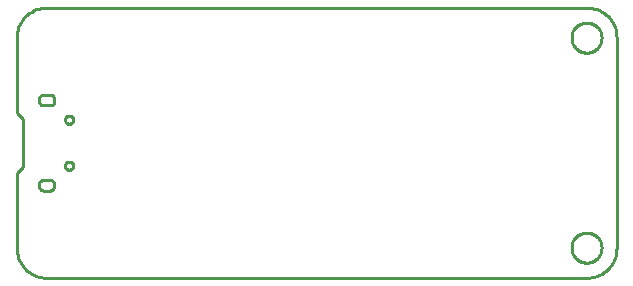
<source format=gbr>
G04 EAGLE Gerber RS-274X export*
G75*
%MOMM*%
%FSLAX34Y34*%
%LPD*%
%IN*%
%IPPOS*%
%AMOC8*
5,1,8,0,0,1.08239X$1,22.5*%
G01*
%ADD10C,0.254000*%


D10*
X0Y25400D02*
X97Y23186D01*
X386Y20989D01*
X865Y18826D01*
X1532Y16713D01*
X2380Y14666D01*
X3403Y12700D01*
X4594Y10831D01*
X5942Y9073D01*
X7440Y7440D01*
X9073Y5942D01*
X10831Y4594D01*
X12700Y3403D01*
X14666Y2380D01*
X16713Y1532D01*
X18826Y865D01*
X20989Y386D01*
X23186Y97D01*
X25400Y0D01*
X482600Y0D01*
X484814Y97D01*
X487011Y386D01*
X489174Y865D01*
X491287Y1532D01*
X493335Y2380D01*
X495300Y3403D01*
X497169Y4594D01*
X498927Y5942D01*
X500561Y7440D01*
X502058Y9073D01*
X503406Y10831D01*
X504597Y12700D01*
X505620Y14666D01*
X506468Y16713D01*
X507135Y18826D01*
X507614Y20989D01*
X507903Y23186D01*
X508000Y25400D01*
X508000Y203200D01*
X507903Y205414D01*
X507614Y207611D01*
X507135Y209774D01*
X506468Y211887D01*
X505620Y213935D01*
X504597Y215900D01*
X503406Y217769D01*
X502058Y219527D01*
X500561Y221161D01*
X498927Y222658D01*
X497169Y224006D01*
X495300Y225197D01*
X493335Y226220D01*
X491287Y227068D01*
X489174Y227735D01*
X487011Y228214D01*
X484814Y228503D01*
X482600Y228600D01*
X25400Y228600D01*
X23186Y228503D01*
X20989Y228214D01*
X18826Y227735D01*
X16713Y227068D01*
X14666Y226220D01*
X12700Y225197D01*
X10831Y224006D01*
X9073Y222658D01*
X7440Y221161D01*
X5942Y219527D01*
X4594Y217769D01*
X3403Y215900D01*
X2380Y213935D01*
X1532Y211887D01*
X865Y209774D01*
X386Y207611D01*
X97Y205414D01*
X0Y203200D01*
X0Y139700D01*
X5080Y134620D01*
X5080Y93980D01*
X0Y88900D01*
X0Y25400D01*
X18950Y78300D02*
X18922Y77949D01*
X18924Y77598D01*
X18957Y77248D01*
X19020Y76902D01*
X19113Y76563D01*
X19236Y76233D01*
X19387Y75915D01*
X19564Y75612D01*
X19768Y75325D01*
X19996Y75057D01*
X20246Y74810D01*
X20517Y74586D01*
X20806Y74386D01*
X21112Y74212D01*
X21432Y74066D01*
X21763Y73948D01*
X22103Y73859D01*
X22450Y73800D01*
X28450Y73800D01*
X28797Y73859D01*
X29137Y73948D01*
X29468Y74066D01*
X29788Y74212D01*
X30094Y74386D01*
X30383Y74586D01*
X30654Y74810D01*
X30904Y75057D01*
X31132Y75325D01*
X31336Y75612D01*
X31513Y75915D01*
X31664Y76233D01*
X31787Y76563D01*
X31880Y76902D01*
X31943Y77248D01*
X31976Y77598D01*
X31978Y77949D01*
X31950Y78300D01*
X31978Y78651D01*
X31976Y79002D01*
X31943Y79352D01*
X31880Y79698D01*
X31787Y80037D01*
X31664Y80367D01*
X31513Y80685D01*
X31336Y80988D01*
X31132Y81275D01*
X30904Y81543D01*
X30654Y81790D01*
X30383Y82014D01*
X30094Y82214D01*
X29788Y82388D01*
X29468Y82534D01*
X29137Y82652D01*
X28797Y82741D01*
X28450Y82800D01*
X22450Y82800D01*
X22103Y82741D01*
X21763Y82652D01*
X21432Y82534D01*
X21112Y82388D01*
X20806Y82214D01*
X20517Y82014D01*
X20246Y81790D01*
X19996Y81543D01*
X19768Y81275D01*
X19564Y80988D01*
X19387Y80685D01*
X19236Y80367D01*
X19113Y80037D01*
X19020Y79698D01*
X18957Y79352D01*
X18924Y79002D01*
X18922Y78651D01*
X18950Y78300D01*
X18950Y149300D02*
X18986Y148974D01*
X19050Y148653D01*
X19142Y148338D01*
X19262Y148033D01*
X19407Y147739D01*
X19577Y147459D01*
X19772Y147194D01*
X19988Y146948D01*
X20225Y146722D01*
X20481Y146517D01*
X20754Y146335D01*
X21042Y146177D01*
X21342Y146046D01*
X21652Y145941D01*
X21971Y145863D01*
X22295Y145814D01*
X22622Y145792D01*
X22950Y145800D01*
X28450Y145800D01*
X28755Y145813D01*
X29058Y145853D01*
X29356Y145919D01*
X29647Y146011D01*
X29929Y146128D01*
X30200Y146269D01*
X30458Y146433D01*
X30700Y146619D01*
X30925Y146825D01*
X31131Y147050D01*
X31317Y147292D01*
X31481Y147550D01*
X31622Y147821D01*
X31739Y148103D01*
X31831Y148394D01*
X31897Y148692D01*
X31937Y148995D01*
X31950Y149300D01*
X31950Y151300D01*
X31937Y151605D01*
X31897Y151908D01*
X31831Y152206D01*
X31739Y152497D01*
X31622Y152779D01*
X31481Y153050D01*
X31317Y153308D01*
X31131Y153550D01*
X30925Y153775D01*
X30700Y153981D01*
X30458Y154167D01*
X30200Y154331D01*
X29929Y154472D01*
X29647Y154589D01*
X29356Y154681D01*
X29058Y154747D01*
X28755Y154787D01*
X28450Y154800D01*
X22950Y154800D01*
X22622Y154808D01*
X22295Y154786D01*
X21971Y154737D01*
X21652Y154659D01*
X21342Y154554D01*
X21042Y154423D01*
X20754Y154265D01*
X20481Y154083D01*
X20225Y153878D01*
X19988Y153652D01*
X19772Y153406D01*
X19577Y153142D01*
X19407Y152861D01*
X19262Y152568D01*
X19142Y152262D01*
X19050Y151947D01*
X18986Y151626D01*
X18950Y151300D01*
X18950Y149300D01*
X495300Y202701D02*
X495222Y201706D01*
X495066Y200720D01*
X494833Y199750D01*
X494524Y198801D01*
X494142Y197879D01*
X493689Y196990D01*
X493168Y196139D01*
X492581Y195331D01*
X491933Y194573D01*
X491227Y193867D01*
X490469Y193219D01*
X489661Y192632D01*
X488810Y192111D01*
X487921Y191658D01*
X486999Y191276D01*
X486050Y190967D01*
X485080Y190734D01*
X484094Y190578D01*
X483099Y190500D01*
X482101Y190500D01*
X481106Y190578D01*
X480120Y190734D01*
X479150Y190967D01*
X478201Y191276D01*
X477279Y191658D01*
X476390Y192111D01*
X475539Y192632D01*
X474731Y193219D01*
X473973Y193867D01*
X473267Y194573D01*
X472619Y195331D01*
X472032Y196139D01*
X471511Y196990D01*
X471058Y197879D01*
X470676Y198801D01*
X470367Y199750D01*
X470134Y200720D01*
X469978Y201706D01*
X469900Y202701D01*
X469900Y203699D01*
X469978Y204694D01*
X470134Y205680D01*
X470367Y206650D01*
X470676Y207599D01*
X471058Y208521D01*
X471511Y209410D01*
X472032Y210261D01*
X472619Y211069D01*
X473267Y211827D01*
X473973Y212533D01*
X474731Y213181D01*
X475539Y213768D01*
X476390Y214289D01*
X477279Y214742D01*
X478201Y215124D01*
X479150Y215433D01*
X480120Y215666D01*
X481106Y215822D01*
X482101Y215900D01*
X483099Y215900D01*
X484094Y215822D01*
X485080Y215666D01*
X486050Y215433D01*
X486999Y215124D01*
X487921Y214742D01*
X488810Y214289D01*
X489661Y213768D01*
X490469Y213181D01*
X491227Y212533D01*
X491933Y211827D01*
X492581Y211069D01*
X493168Y210261D01*
X493689Y209410D01*
X494142Y208521D01*
X494524Y207599D01*
X494833Y206650D01*
X495066Y205680D01*
X495222Y204694D01*
X495300Y203699D01*
X495300Y202701D01*
X495300Y24901D02*
X495222Y23906D01*
X495066Y22920D01*
X494833Y21950D01*
X494524Y21001D01*
X494142Y20079D01*
X493689Y19190D01*
X493168Y18339D01*
X492581Y17531D01*
X491933Y16773D01*
X491227Y16067D01*
X490469Y15419D01*
X489661Y14832D01*
X488810Y14311D01*
X487921Y13858D01*
X486999Y13476D01*
X486050Y13167D01*
X485080Y12934D01*
X484094Y12778D01*
X483099Y12700D01*
X482101Y12700D01*
X481106Y12778D01*
X480120Y12934D01*
X479150Y13167D01*
X478201Y13476D01*
X477279Y13858D01*
X476390Y14311D01*
X475539Y14832D01*
X474731Y15419D01*
X473973Y16067D01*
X473267Y16773D01*
X472619Y17531D01*
X472032Y18339D01*
X471511Y19190D01*
X471058Y20079D01*
X470676Y21001D01*
X470367Y21950D01*
X470134Y22920D01*
X469978Y23906D01*
X469900Y24901D01*
X469900Y25899D01*
X469978Y26894D01*
X470134Y27880D01*
X470367Y28850D01*
X470676Y29799D01*
X471058Y30721D01*
X471511Y31610D01*
X472032Y32461D01*
X472619Y33269D01*
X473267Y34027D01*
X473973Y34733D01*
X474731Y35381D01*
X475539Y35968D01*
X476390Y36489D01*
X477279Y36942D01*
X478201Y37324D01*
X479150Y37633D01*
X480120Y37866D01*
X481106Y38022D01*
X482101Y38100D01*
X483099Y38100D01*
X484094Y38022D01*
X485080Y37866D01*
X486050Y37633D01*
X486999Y37324D01*
X487921Y36942D01*
X488810Y36489D01*
X489661Y35968D01*
X490469Y35381D01*
X491227Y34733D01*
X491933Y34027D01*
X492581Y33269D01*
X493168Y32461D01*
X493689Y31610D01*
X494142Y30721D01*
X494524Y29799D01*
X494833Y28850D01*
X495066Y27880D01*
X495222Y26894D01*
X495300Y25899D01*
X495300Y24901D01*
X44221Y130300D02*
X43766Y130360D01*
X43323Y130479D01*
X42899Y130654D01*
X42501Y130884D01*
X42137Y131163D01*
X41813Y131487D01*
X41534Y131851D01*
X41304Y132249D01*
X41129Y132673D01*
X41010Y133116D01*
X40950Y133571D01*
X40950Y134029D01*
X41010Y134484D01*
X41129Y134927D01*
X41304Y135351D01*
X41534Y135749D01*
X41813Y136113D01*
X42137Y136437D01*
X42501Y136716D01*
X42899Y136946D01*
X43323Y137121D01*
X43766Y137240D01*
X44221Y137300D01*
X44679Y137300D01*
X45134Y137240D01*
X45577Y137121D01*
X46001Y136946D01*
X46399Y136716D01*
X46763Y136437D01*
X47087Y136113D01*
X47366Y135749D01*
X47596Y135351D01*
X47771Y134927D01*
X47890Y134484D01*
X47950Y134029D01*
X47950Y133571D01*
X47890Y133116D01*
X47771Y132673D01*
X47596Y132249D01*
X47366Y131851D01*
X47087Y131487D01*
X46763Y131163D01*
X46399Y130884D01*
X46001Y130654D01*
X45577Y130479D01*
X45134Y130360D01*
X44679Y130300D01*
X44221Y130300D01*
X44221Y91300D02*
X43766Y91360D01*
X43323Y91479D01*
X42899Y91654D01*
X42501Y91884D01*
X42137Y92163D01*
X41813Y92487D01*
X41534Y92851D01*
X41304Y93249D01*
X41129Y93673D01*
X41010Y94116D01*
X40950Y94571D01*
X40950Y95029D01*
X41010Y95484D01*
X41129Y95927D01*
X41304Y96351D01*
X41534Y96749D01*
X41813Y97113D01*
X42137Y97437D01*
X42501Y97716D01*
X42899Y97946D01*
X43323Y98121D01*
X43766Y98240D01*
X44221Y98300D01*
X44679Y98300D01*
X45134Y98240D01*
X45577Y98121D01*
X46001Y97946D01*
X46399Y97716D01*
X46763Y97437D01*
X47087Y97113D01*
X47366Y96749D01*
X47596Y96351D01*
X47771Y95927D01*
X47890Y95484D01*
X47950Y95029D01*
X47950Y94571D01*
X47890Y94116D01*
X47771Y93673D01*
X47596Y93249D01*
X47366Y92851D01*
X47087Y92487D01*
X46763Y92163D01*
X46399Y91884D01*
X46001Y91654D01*
X45577Y91479D01*
X45134Y91360D01*
X44679Y91300D01*
X44221Y91300D01*
M02*

</source>
